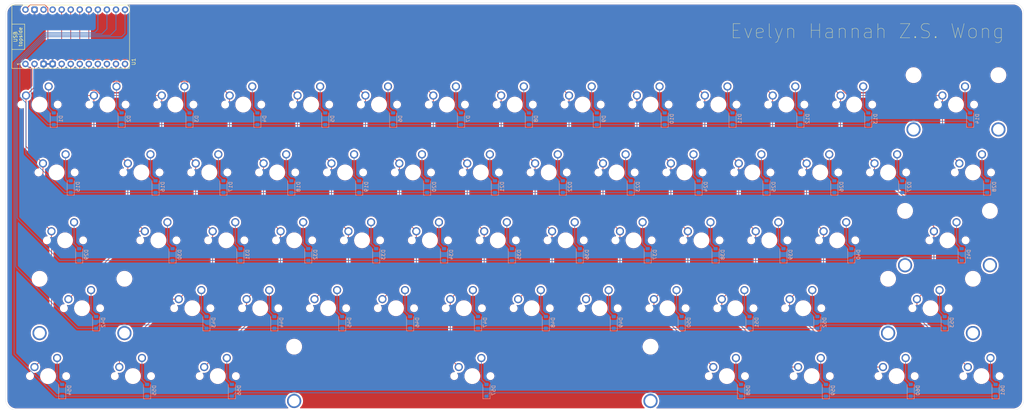
<source format=kicad_pcb>
(kicad_pcb (version 20241229) (generator "pcbnew") (generator_version "9.0")
  (layers (0 "F.Cu" signal) (2 "B.Cu" signal) (13 "F.Paste" user) (15 "B.Paste" user) (5 "F.SilkS" user "F.Silkscreen") (7 "B.SilkS" user "B.Silkscreen") (1 "F.Mask" user) (3 "B.Mask" user) (25 "Edge.Cuts" user))
  (net 0 "")
  (net 1 "Net-(D1-A)")
  (net 2 "ROW0")
  (net 3 "Net-(D2-A)")
  (net 4 "Net-(D3-A)")
  (net 5 "Net-(D4-A)")
  (net 6 "Net-(D5-A)")
  (net 7 "Net-(D6-A)")
  (net 8 "Net-(D7-A)")
  (net 9 "Net-(D8-A)")
  (net 10 "Net-(D9-A)")
  (net 11 "Net-(D10-A)")
  (net 12 "Net-(D11-A)")
  (net 13 "Net-(D12-A)")
  (net 14 "Net-(D13-A)")
  (net 15 "Net-(D14-A)")
  (net 16 "Net-(D15-A)")
  (net 17 "ROW1")
  (net 18 "Net-(D16-A)")
  (net 19 "Net-(D17-A)")
  (net 20 "Net-(D18-A)")
  (net 21 "Net-(D19-A)")
  (net 22 "Net-(D20-A)")
  (net 23 "Net-(D21-A)")
  (net 24 "Net-(D22-A)")
  (net 25 "Net-(D23-A)")
  (net 26 "Net-(D24-A)")
  (net 27 "Net-(D25-A)")
  (net 28 "Net-(D26-A)")
  (net 29 "Net-(D27-A)")
  (net 30 "Net-(D28-A)")
  (net 31 "ROW2")
  (net 32 "Net-(D29-A)")
  (net 33 "Net-(D30-A)")
  (net 34 "Net-(D31-A)")
  (net 35 "Net-(D32-A)")
  (net 36 "Net-(D33-A)")
  (net 37 "Net-(D34-A)")
  (net 38 "Net-(D35-A)")
  (net 39 "Net-(D36-A)")
  (net 40 "Net-(D37-A)")
  (net 41 "Net-(D38-A)")
  (net 42 "Net-(D39-A)")
  (net 43 "Net-(D40-A)")
  (net 44 "Net-(D41-A)")
  (net 45 "ROW3")
  (net 46 "Net-(D42-A)")
  (net 47 "Net-(D43-A)")
  (net 48 "Net-(D44-A)")
  (net 49 "Net-(D45-A)")
  (net 50 "Net-(D46-A)")
  (net 51 "Net-(D47-A)")
  (net 52 "Net-(D48-A)")
  (net 53 "Net-(D49-A)")
  (net 54 "Net-(D50-A)")
  (net 55 "Net-(D51-A)")
  (net 56 "Net-(D52-A)")
  (net 57 "Net-(D53-A)")
  (net 58 "ROW4")
  (net 59 "Net-(D54-A)")
  (net 60 "Net-(D55-A)")
  (net 61 "Net-(D56-A)")
  (net 62 "Net-(D57-A)")
  (net 63 "Net-(D58-A)")
  (net 64 "Net-(D59-A)")
  (net 65 "Net-(D60-A)")
  (net 66 "Net-(D61-A)")
  (net 67 "COL0")
  (net 68 "COL1")
  (net 69 "COL2")
  (net 70 "COL3")
  (net 71 "COL4")
  (net 72 "COL5")
  (net 73 "COL6")
  (net 74 "COL7")
  (net 75 "COL8")
  (net 76 "COL9")
  (net 77 "COL10")
  (net 78 "COL11")
  (net 79 "COL12")
  (net 80 "COL13")
  (net 81 "GND")
  (footprint "PCM_marbastlib-mx:SW_MX_1u" (layer "F.Cu") (at 244.470923 68.238019)
    (property "Reference" "MX26" (hide yes))
    (property "Value" "MX_SW_solder")
  )
  (footprint "PCM_marbastlib-mx:SW_MX_1u" (layer "F.Cu") (at 249.233423 87.288019)
    (property "Reference" "MX40" (hide yes))
    (property "Value" "MX_SW_solder")
  )
  (footprint "PCM_marbastlib-mx:SW_MX_1.25u" (layer "F.Cu") (at 27.777173 125.388019)
    (property "Reference" "MX54" (hide yes))
    (property "Value" "MX_SW_solder")
  )
  (footprint "PCM_marbastlib-mx:SW_MX_1u" (layer "F.Cu") (at 92.070923 68.238019)
    (property "Reference" "MX18" (hide yes))
    (property "Value" "MX_SW_solder")
  )
  (footprint "PCM_marbastlib-mx:SW_MX_1u" (layer "F.Cu") (at 177.795923 49.188019)
    (property "Reference" "MX9" (hide yes))
    (property "Value" "MX_SW_solder")
  )
  (footprint "PCM_marbastlib-mx:SW_MX_1u" (layer "F.Cu") (at 106.358423 106.338019)
    (property "Reference" "MX45" (hide yes))
    (property "Value" "MX_SW_solder")
  )
  (footprint "PCM_marbastlib-mx:SW_MX_1u" (layer "F.Cu") (at 82.545923 49.188019)
    (property "Reference" "MX4" (hide yes))
    (property "Value" "MX_SW_solder")
  )
  (footprint "PCM_marbastlib-mx:SW_MX_1u" (layer "F.Cu") (at 68.258423 106.338019)
    (property "Reference" "MX43" (hide yes))
    (property "Value" "MX_SW_solder")
  )
  (footprint "PCM_marbastlib-mx:SW_MX_1u" (layer "F.Cu") (at 134.933423 87.288019)
    (property "Reference" "MX34" (hide yes))
    (property "Value" "MX_SW_solder")
  )
  (footprint "PCM_marbastlib-mx:SW_MX_1u" (layer "F.Cu") (at 239.708423 106.338019)
    (property "Reference" "MX52" (hide yes))
    (property "Value" "MX_SW_solder")
  )
  (footprint "PCM_marbastlib-mx:SW_MX_1u" (layer "F.Cu") (at 280.189673 87.288019)
    (property "Reference" "MX41" (hide yes))
    (property "Value" "MX_SW_solder")
  )
  (footprint "PCM_marbastlib-mx:SW_MX_1u" (layer "F.Cu") (at 225.420923 68.238019)
    (property "Reference" "MX25" (hide yes))
    (property "Value" "MX_SW_solder")
  )
  (footprint "PCM_marbastlib-mx:SW_MX_1u" (layer "F.Cu") (at 73.020923 68.238019)
    (property "Reference" "MX17" (hide yes))
    (property "Value" "MX_SW_solder")
  )
  (footprint "PCM_marbastlib-mx:SW_MX_1u" (layer "F.Cu") (at 253.995923 49.188019)
    (property "Reference" "MX13" (hide yes))
    (property "Value" "MX_SW_solder")
  )
  (footprint "PCM_marbastlib-mx:STAB_MX_P_2u" (layer "F.Cu") (at 37.302173 106.338019 180)
    (property "Reference" "S1" (hide yes))
    (property "Value" "MX_stab")
  )
  (footprint "PCM_marbastlib-mx:SW_MX_1u" (layer "F.Cu") (at 77.783423 87.288019)
    (property "Reference" "MX31" (hide yes))
    (property "Value" "MX_SW_solder")
  )
  (footprint "PCM_marbastlib-mx:SW_MX_1u" (layer "F.Cu") (at 201.608423 106.338019)
    (property "Reference" "MX50" (hide yes))
    (property "Value" "MX_SW_solder")
  )
  (footprint "PCM_marbastlib-mx:SW_MX_1.25u" (layer "F.Cu") (at 51.589673 125.388019)
    (property "Reference" "MX55" (hide yes))
    (property "Value" "MX_SW_solder")
  )
  (footprint "PCM_marbastlib-mx:SW_MX_1u" (layer "F.Cu") (at 173.033423 87.288019)
    (property "Reference" "MX36" (hide yes))
    (property "Value" "MX_SW_solder")
  )
  (footprint "PCM_marbastlib-mx:SW_MX_1u" (layer "F.Cu") (at 130.170923 68.238019)
    (property "Reference" "MX20" (hide yes))
    (property "Value" "MX_SW_solder")
  )
  (footprint "PCM_marbastlib-mx:SW_MX_1u" (layer "F.Cu") (at 206.370923 68.238019)
    (property "Reference" "MX24" (hide yes))
    (property "Value" "MX_SW_solder")
  )
  (footprint "PCM_marbastlib-mx:STAB_MX_P_2u" (layer "F.Cu") (at 282.570923 49.188019 180)
    (property "Reference" "S4" (hide yes))
    (property "Value" "MX_stab")
  )
  (footprint "PCM_marbastlib-mx:SW_MX_1u" (layer "F.Cu") (at 58.733423 87.288019)
    (property "Reference" "MX30" (hide yes))
    (property "Value" "MX_SW_solder")
  )
  (footprint "PCM_marbastlib-mx:SW_MX_1u" (layer "F.Cu") (at 149.220923 68.238019)
    (property "Reference" "MX21" (hide yes))
    (property "Value" "MX_SW_solder")
  )
  (footprint "PCM_marbastlib-mx:SW_MX_1u" (layer "F.Cu") (at 168.270923 68.238019)
    (property "Reference" "MX22" (hide yes))
    (property "Value" "MX_SW_solder")
  )
  (footprint "PCM_marbastlib-mx:SW_MX_1u" (layer "F.Cu") (at 215.895923 49.188019)
    (property "Reference" "MX11" (hide yes))
    (property "Value" "MX_SW_solder")
  )
  (footprint "PCM_marbastlib-xp-promicroish:ProMicro_USBup" (layer "F.Cu") (at 35.40125 30.1625 90)
    (property "Reference" "U1")
    (property "Value" "ProMicro")
  )
  (footprint "PCM_marbastlib-mx:SW_MX_1.25u" (layer "F.Cu") (at 289.714673 125.388019)
    (property "Reference" "MX61" (hide yes))
    (property "Value" "MX_SW_solder")
  )
  (footprint "PCM_marbastlib-mx:STAB_MX_P_6.25u" (layer "F.Cu") (at 146.839673 125.388019 180)
    (property "Reference" "S5" (hide yes))
    (property "Value" "MX_stab")
  )
  (footprint "PCM_marbastlib-mx:SW_MX_1u" (layer "F.Cu") (at 87.308423 106.338019)
    (property "Reference" "MX44" (hide yes))
    (property "Value" "MX_SW_solder")
  )
  (footprint "PCM_marbastlib-mx:SW_MX_1u" (layer "F.Cu") (at 63.495923 49.188019)
    (property "Reference" "MX3" (hide yes))
    (property "Value" "MX_SW_solder")
  )
  (footprint "PCM_marbastlib-mx:SW_MX_1u" (layer "F.Cu") (at 153.983423 87.288019)
    (property "Reference" "MX35" (hide yes))
    (property "Value" "MX_SW_solder")
  )
  (footprint "PCM_marbastlib-mx:SW_MX_1u" (layer "F.Cu") (at 192.083423 87.288019)
    (property "Reference" "MX37" (hide yes))
    (property "Value" "MX_SW_solder")
  )
  (footprint "PCM_marbastlib-mx:SW_MX_1u" (layer "F.Cu") (at 234.945923 49.188019)
    (property "Reference" "MX12" (hide yes))
    (property "Value" "MX_SW_solder")
  )
  (footprint "PCM_marbastlib-mx:SW_MX_1u" (layer "F.Cu") (at 163.508423 106.338019)
    (property "Reference" "MX48" (hide yes))
    (property "Value" "MX_SW_solder")
  )
  (footprint "PCM_marbastlib-mx:SW_MX_1.25u" (layer "F.Cu") (at 265.902173 125.388019)
    (property "Reference" "MX60" (hide yes))
    (property "Value" "MX_SW_solder")
  )
  (footprint "PCM_marbastlib-mx:SW_MX_1u" (layer "F.Cu") (at 263.520923 68.238019)
    (property "Reference" "MX27" (hide yes))
    (property "Value" "MX_SW_solder")
  )
  (footprint "PCM_marbastlib-mx:SW_MX_1.75u" (layer "F.Cu") (at 32.539673 87.288019)
    (property "Reference" "MX29" (hide yes))
    (property "Value" "MX_SW_solder")
  )
  (footprint "PCM_marbastlib-mx:SW_MX_1.25u" (layer "F.Cu") (at 218.277173 125.388019)
    (property "Reference" "MX58" (hide yes))
    (property "Value" "MX_SW_solder")
  )
  (footprint "PCM_marbastlib-mx:SW_MX_1u" (layer "F.Cu") (at 158.745923 49.188019)
    (property "Reference" "MX8" (hide yes))
    (property "Value" "MX_SW_solder")
  )
  (footprint "PCM_marbastlib-mx:SW_MX_1u" (layer "F.Cu") (at 37.302173 106.338019)
    (property "Reference" "MX42" (hide yes))
    (property "Value" "MX_SW_solder")
  )
  (footprint "PCM_marbastlib-mx:SW_MX_1u" (layer "F.Cu") (at 282.570923 49.188019)
    (property "Reference" "MX14" (hide yes))
    (property "Value" "MX_SW_solder")
  )
  (footprint "PCM_marbastlib-mx:SW_MX_1.5u" (layer "F.Cu") (at 287.333423 68.238019)
    (property "Reference" "MX28" (hide yes))
    (property "Value" "MX_SW_solder")
  )
  (footprint "PCM_marbastlib-mx:SW_MX_1u" (layer "F.Cu") (at 111.120923 68.238019)
    (property "Reference" "MX19" (hide yes))
    (property "Value" "MX_SW_solder")
  )
  (footprint "PCM_marbastlib-mx:SW_MX_1u" (layer "F.Cu") (at 196.845923 49.188019)
    (property "Reference" "MX10" (hide yes))
    (property "Value" "MX_SW_solder")
  )
  (footprint "PCM_marbastlib-mx:SW_MX_1u" (layer "F.Cu") (at 275.427173 106.338019)
    (property "Reference" "MX53" (hide yes))
    (property "Value" "MX_SW_solder")
  )
  (footprint "PCM_marbastlib-mx:SW_MX_1u" (layer "F.Cu") (at 182.558423 106.338019)
    (property "Reference" "MX49" (hide yes))
    (property "Value" "MX_SW_solder")
  )
  (footprint "PCM_marbastlib-mx:SW_MX_1u" (layer "F.Cu") (at 187.320923 68.238019)
    (property "Reference" "MX23" (hide yes))
    (property "Value" "MX_SW_solder")
  )
  (footprint "PCM_marbastlib-mx:SW_MX_1u" (layer "F.Cu") (at 53.970923 68.238019)
    (property "Reference" "MX16" (hide yes))
    (property "Value" "MX_SW_solder")
  )
  (footprint "PCM_marbastlib-mx:SW_MX_1u" (layer "F.Cu") (at 146.839673 125.388019)
    (property "Reference" "MX57" (hide yes))
    (property "Value" "MX_SW_solder")
  )
  (footprint "PCM_marbastlib-mx:STAB_MX_P_2u" (layer "F.Cu") (at 275.427173 106.338019 180)
    (property "Reference" "S2" (hide yes))
    (property "Value" "MX_stab")
  )
  (footprint "PCM_marbastlib-mx:SW_MX_1u" (layer "F.Cu") (at 96.833423 87.288019)
    (property "Reference" "MX32" (hide yes))
    (property "Value" "MX_SW_solder")
  )
  (footprint "PCM_marbastlib-mx:SW_MX_1u" (layer "F.Cu") (at 120.645923 49.188019)
    (property "Reference" "MX6" (hide yes))
    (property "Value" "MX_SW_solder")
  )
  (footprint "PCM_marbastlib-mx:STAB_MX_P_2u" (layer "F.Cu") (at 280.189673 87.288019 180)
    (property "Reference" "S3" (hide yes))
    (property "Value" "MX_stab")
  )
  (footprint "PCM_marbastlib-mx:SW_MX_1.5u" (layer "F.Cu") (at 30.158423 68.238019)
    (property "Reference" "MX15" (hide yes))
    (property "Value" "MX_SW_solder")
  )
  (footprint "PCM_marbastlib-mx:SW_MX_1u" (layer "F.Cu") (at 125.408423 106.338019)
    (property "Reference" "MX46" (hide yes))
    (property "Value" "MX_SW_solder")
  )
  (footprint "PCM_marbastlib-mx:SW_MX_1u" (layer "F.Cu") (at 230.183423 87.288019)
    (property "Reference" "MX39" (hide yes))
    (property "Value" "MX_SW_solder")
  )
  (footprint "PCM_marbastlib-mx:SW_MX_1u" (layer "F.Cu") (at 220.658423 106.338019)
    (property "Reference" "MX51" (hide yes))
    (property "Value" "MX_SW_solder")
  )
  (footprint "PCM_marbastlib-mx:SW_MX_1u" (layer "F.Cu") (at 139.695923 49.188019)
    (property "Reference" "MX7" (hide yes))
    (property "Value" "MX_SW_solder")
  )
  (footprint "PCM_marbastlib-mx:SW_MX_1u" (layer "F.Cu") (at 25.395923 49.188019)
    (property "Reference" "MX1" (hide yes))
    (property "Value" "MX_SW_solder")
  )
  (footprint "PCM_marbastlib-mx:SW_MX_1.25u" (layer "F.Cu") (at 242.089673 125.388019)
    (property "Reference" "MX59" (hide yes))
    (property "Value" "MX_SW_solder")
  )
  (footprint "PCM_marbastlib-mx:SW_MX_1u" (layer "F.Cu") (at 115.883423 87.288019)
    (property "Reference" "MX33" (hide yes))
    (property "Value" "MX_SW_solder")
  )
  (footprint "PCM_marbastlib-mx:SW_MX_1.25u" (layer "F.Cu") (at 75.402173 125.388019)
    (property "Reference" "MX56" (hide yes))
    (property "Value" "MX_SW_solder")
  )
  (footprint "PCM_marbastlib-mx:SW_MX_1u" (layer "F.Cu") (at 44.445923 49.188019)
    (property "Reference" "MX2" (hide yes))
    (property "Value" "MX_SW_solder")
  )
  (footprint "PCM_marbastlib-mx:SW_MX_1u" (layer "F.Cu") (at 101.595923 49.188019)
    (property "Reference" "MX5" (hide yes))
    (property "Value" "MX_SW_solder")
  )
  (footprint "PCM_marbastlib-mx:SW_MX_1u" (layer "F.Cu") (at 211.133423 87.288019)
    (property "Reference" "MX38" (hide yes))
    (property "Value" "MX_SW_solder")
  )
  (footprint "PCM_marbastlib-mx:SW_MX_1u" (layer "F.Cu") (at 144.458423 106.338019)
    (property "Reference" "MX47" (hide yes))
    (property "Value" "MX_SW_solder")
  )
  (footprint "Diode_SMD:D_SOD-123" (layer "B.Cu") (at 162.71875 53.18125 90)
    (property "Reference" "D8")
    (property "Value" "D_Small")
  )
  (footprint "Diode_SMD:D_SOD-123" (layer "B.Cu") (at 76.99375 72.23125 90)
    (property "Reference" "D17")
    (property "Value" "D_Small")
  )
  (footprint "Diode_SMD:D_SOD-123" (layer "B.Cu") (at 110.33125 110.33125 90)
    (property "Reference" "D45")
    (property "Value" "D_Small")
  )
  (footprint "Diode_SMD:D_SOD-123" (layer "B.Cu") (at 191.29375 72.23125 90)
    (property "Reference" "D23")
    (property "Value" "D_Small")
  )
  (footprint "Diode_SMD:D_SOD-123" (layer "B.Cu") (at 81.75625 91.28125 90)
    (property "Reference" "D31")
    (property "Value" "D_Small")
  )
  (footprint "Diode_SMD:D_SOD-123" (layer "B.Cu") (at 279.4 110.33125 90)
    (property "Reference" "D53")
    (property "Value" "D_Small")
  )
  (footprint "Diode_SMD:D_SOD-123" (layer "B.Cu") (at 138.90625 91.28125 90)
    (property "Reference" "D34")
    (property "Value" "D_Small")
  )
  (footprint "Diode_SMD:D_SOD-123" (layer "B.Cu") (at 269.875 129.38125 90)
    (property "Reference" "D60")
    (property "Value" "D_Small")
  )
  (footprint "Diode_SMD:D_SOD-123" (layer "B.Cu") (at 291.30625 72.23125 90)
    (property "Reference" "D28")
    (property "Value" "D_Small")
  )
  (footprint "Diode_SMD:D_SOD-123" (layer "B.Cu") (at 253.20625 91.28125 90)
    (property "Reference" "D40")
    (property "Value" "D_Small")
  )
  (footprint "Diode_SMD:D_SOD-123" (layer "B.Cu") (at 293.6875 129.38125 90)
    (property "Reference" "D61")
    (property "Value" "D_Small")
  )
  (footprint "Diode_SMD:D_SOD-123" (layer "B.Cu") (at 124.61875 53.18125 90)
    (property "Reference" "D6")
    (property "Value" "D_Small")
  )
  (footprint "Diode_SMD:D_SOD-123" (layer "B.Cu") (at 219.86875 53.18125 90)
    (property "Reference" "D11")
    (property "Value" "D_Small")
  )
  (footprint "Diode_SMD:D_SOD-123" (layer "B.Cu") (at 100.80625 91.28125 90)
    (property "Reference" "D32")
    (property "Value" "D_Small")
  )
  (footprint "Diode_SMD:D_SOD-123" (layer "B.Cu") (at 55.5625 129.38125 90)
    (property "Reference" "D55")
    (property "Value" "D_Small")
  )
  (footprint "Diode_SMD:D_SOD-123" (layer "B.Cu") (at 246.0625 129.38125 90)
    (property "Reference" "D59")
    (property "Value" "D_Small")
  )
  (footprint "Diode_SMD:D_SOD-123" (layer "B.Cu") (at 257.96875 53.18125 90)
    (property "Reference" "D13")
    (property "Value" "D_Small")
  )
  (footprint "Diode_SMD:D_SOD-123" (layer "B.Cu") (at 41.275 110.33125 90)
    (property "Reference" "D42")
    (property "Value" "D_Small")
  )
  (footprint "Diode_SMD:D_SOD-123" (layer "B.Cu") (at 72.23125 110.33125 90)
    (property "Reference" "D43")
    (property "Value" "D_Small")
  )
  (footprint "Diode_SMD:D_SOD-123" (layer "B.Cu") (at 215.10625 91.28125 90)
    (property "Reference" "D38")
    (property "Value" "D_Small")
  )
  (footprint "Diode_SMD:D_SOD-123" (layer "B.Cu") (at 57.94375 72.23125 90)
    (property "Reference" "D16")
    (property "Value" "D_Small")
  )
  (footprint "Diode_SMD:D_SOD-123" (layer "B.Cu") (at 210.34375 72.23125 90)
    (property "Reference" "D24")
    (property "Value" "D_Small")
  )
  (footprint "Diode_SMD:D_SOD-123" (layer "B.Cu") (at 172.24375 72.23125 90)
    (property "Reference" "D22")
    (property "Value" "D_Small")
  )
  (footprint "Diode_SMD:D_SOD-123" (layer "B.Cu") (at 153.19375 72.23125 90)
    (property "Reference" "D21")
    (property "Value" "D_Small")
  )
  (footprint "Diode_SMD:D_SOD-123" (layer "B.Cu") (at 222.25 129.38125 90)
    (property "Reference" "D58")
    (property "Value" "D_Small")
  )
  (footprint "Diode_SMD:D_SOD-123" (layer "B.Cu") (at 36.5125 91.28125 90)
    (property "Reference" "D29")
    (property "Value" "D_Small")
  )
  (footprint "Diode_SMD:D_SOD-123" (layer "B.Cu") (at 286.54375 53.18125 90)
    (property "Reference" "D14")
    (property "Value" "D_Small")
  )
  (footprint "Diode_SMD:D_SOD-123" (layer "B.Cu") (at 79.375 129.38125 90)
    (property "Reference" "D56")
    (property "Value" "D_Small")
  )
  (footprint "Diode_SMD:D_SOD-123" (layer "B.Cu") (at 86.51875 53.18125 90)
    (property "Reference" "D4")
    (property "Value" "D_Small")
  )
  (footprint "Diode_SMD:D_SOD-123" (layer "B.Cu") (at 205.58125 110.33125 90)
    (property "Reference" "D50")
    (property "Value" "D_Small")
  )
  (footprint "Diode_SMD:D_SOD-123" (layer "B.Cu") (at 267.49375 72.23125 90)
    (property "Reference" "D27")
    (property "Value" "D_Small")
  )
  (footprint "Diode_SMD:D_SOD-123" (layer "B.Cu") (at 181.76875 53.18125 90)
    (property "Reference" "D9")
    (property "Value" "D_Small")
  )
  (footprint "Diode_SMD:D_SOD-123" (layer "B.Cu") (at 234.15625 91.28125 90)
    (property "Reference" "D39")
    (property "Value" "D_Small")
  )
  (footprint "Diode_SMD:D_SOD-123" (layer "B.Cu") (at 186.53125 110.33125 90)
    (property "Reference" "D49")
    (property "Value" "D_Small")
  )
  (footprint "Diode_SMD:D_SOD-123" (layer "B.Cu") (at 134.14375 72.23125 90)
    (property "Reference" "D20")
    (property "Value" "D_Small")
  )
  (footprint "Diode_SMD:D_SOD-123" (layer "B.Cu") (at 148.43125 110.33125 90)
    (property "Reference" "D47")
    (property "Value" "D_Small")
  )
  (footprint "Diode_SMD:D_SOD-123" (layer "B.Cu") (at 67.46875 53.18125 90)
    (property "Reference" "D3")
    (property "Value" "D_Small")
  )
  (footprint "Diode_SMD:D_SOD-123" (layer "B.Cu") (at 96.04375 72.23125 90)
    (property "Reference" "D18")
    (property "Value" "D_Small")
  )
  (footprint "Diode_SMD:D_SOD-123" (layer "B.Cu") (at 91.28125 110.33125 90)
    (property "Reference" "D44")
    (property "Value" "D_Small")
  )
  (footprint "Diode_SMD:D_SOD-123" (layer "B.Cu") (at 243.68125 110.33125 90)
    (property "Reference" "D52")
    (property "Value" "D_Small")
  )
  (footprint "Diode_SMD:D_SOD-123" (layer "B.Cu") (at 62.70625 91.28125 90)
    (property "Reference" "D30")
    (property "Value" "D_Small")
  )
  (footprint "Diode_SMD:D_SOD-123" (layer "B.Cu") (at 119.85625 91.28125 90)
    (property "Reference" "D33")
    (property "Value" "D_Small")
  )
  (footprint "Diode_SMD:D_SOD-123" (layer "B.Cu") (at 48.41875 53.18125 90)
    (property "Reference" "D2")
    (property "Value" "D_Small")
  )
  (footprint "Diode_SMD:D_SOD-123" (layer "B.Cu") (at 284.1625 91.28125 90)
    (property "Reference" "D41")
    (property "Value" "D_Small")
  )
  (footprint "Diode_SMD:D_SOD-123" (layer "B.Cu") (at 31.75 129.38125 90)
    (property "Reference" "D54")
    (property "Value" "D_Small")
  )
  (footprint "Diode_SMD:D_SOD-123" (layer "B.Cu") (at 196.05625 91.28125 90)
    (property "Reference" "D37")
    (property "Value" "D_Small")
  )
  (footprint "Diode_SMD:D_SOD-123" (layer "B.Cu") (at 143.66875 53.18125 90)
    (property "Reference" "D7")
    (property "Value" "D_Small")
  )
  (footprint "Diode_SMD:D_SOD-123" (layer "B.Cu") (at 229.39375 72.23125 90)
    (property "Reference" "D25")
    (property "Value" "D_Small")
  )
  (footprint "Diode_SMD:D_SOD-123" (layer "B.Cu") (at 105.56875 53.18125 90)
    (property "Reference" "D5")
    (property "Value" "D_Small")
  )
  (footprint "Diode_SMD:D_SOD-123" (layer "B.Cu") (at 150.8125 129.38125 90)
    (property "Reference" "D57")
    (property "Value" "D_Small")
  )
  (footprint "Diode_SMD:D_SOD-123" (layer "B.Cu") (at 177.00625 91.28125 90)
    (property "Reference" "D36")
    (property "Value" "D_Small")
  )
  (footprint "Diode_SMD:D_SOD-123" (layer "B.Cu") (at 224.63125 110.33125 90)
    (property "Reference" "D51")
    (property "Value" "D_Small")
  )
  (footprint "Diode_SMD:D_SOD-123" (layer "B.Cu") (at 34.13125 72.23125 90)
    (property "Reference" "D15")
    (property "Value" "D_Small")
  )
  (footprint "Diode_SMD:D_SOD-123" (layer "B.Cu") (at 167.48125 110.33125 90)
    (property "Reference" "D48")
    (property "Value" "D_Small")
  )
  (footprint "Diode_SMD:D_SOD-123" (layer "B.Cu") (at 129.38125 110.33125 90)
    (property "Reference" "D46")
    (property "Value" "D_Small")
  )
  (footprint "Diode_SMD:D_SOD-123" (layer "B.Cu") (at 29.36875 53.18125 90)
    (property "Reference" "D1")
    (property "Value" "D_Small")
  )
  (footprint "Diode_SMD:D_SOD-123" (layer "B.Cu") (at 238.91875 53.18125 90)
    (property "Reference" "D12")
    (property "Value" "D_Small")
  )
  (footprint "Diode_SMD:D_SOD-123" (layer "B.Cu") (at 115.09375 72.23125 90)
    (property "Reference" "D19")
    (property "Value" "D_Small")
  )
  (footprint "Diode_SMD:D_SOD-123" (layer "B.Cu") (at 248.44375 72.23125 90)
    (property "Reference" "D26")
    (property "Value" "D_Small")
  )
  (footprint "Diode_SMD:D_SOD-123" (layer "B.Cu") (at 157.95625 91.28125 90)
    (property "Reference" "D35")
    (property "Value" "D_Small")
  )
  (footprint "Diode_SMD:D_SOD-123" (layer "B.Cu") (at 200.81875 53.18125 90)
    (property "Reference" "D10")
    (property "Value" "D_Small")
  )
  (gr_arc (start 15.875 23.6375) (mid 16.75368 21.51618) (end 18.875 20.6375) (stroke (width 0.05)) (layer "Edge.Cuts"))
  (gr_arc (start 298.625 20.6375) (mid 300.74632 21.51618) (end 301.625 23.6375) (stroke (width 0.05)) (layer "Edge.Cuts"))
  (gr_arc (start 301.625 131.9375) (mid 300.74632 134.05882) (end 298.625 134.9375) (stroke (width 0.05)) (layer "Edge.Cuts"))
  (gr_line (start 301.625 23.6375) (end 301.625 131.9375) (stroke (width 0.05)) (layer "Edge.Cuts"))
  (gr_line (start 18.875 20.6375) (end 298.625 20.6375) (stroke (width 0.05)) (layer "Edge.Cuts"))
  (gr_arc (start 18.875 134.9375) (mid 16.75368 134.05882) (end 15.875 131.9375) (stroke (width 0.05)) (layer "Edge.Cuts"))
  (gr_line (start 298.625 134.9375) (end 18.875 134.9375) (stroke (width 0.05)) (layer "Edge.Cuts"))
  (gr_line (start 15.875 131.9375) (end 15.875 23.6375) (stroke (width 0.05)) (layer "Edge.Cuts"))
  (gr_text "Evelyn Hannah Z.S. Wong" (at 219.075 30.95625 0) (layer "F.SilkS") (effects (font (size 4 4) (thickness 0.1)) (justify left bottom)))
  (segment (start 27.935923 50.098423) (end 29.36875 51.53125) (width 0.2) (layer "B.Cu") (net 1))
  (segment (start 27.935923 44.108019) (end 27.935923 50.098423) (width 0.2) (layer "B.Cu") (net 1))
  (segment (start 181.76875 54.83125) (end 162.71875 54.83125) (width 0.2) (layer "B.Cu") (net 2))
  (segment (start 257.96875 54.83125) (end 238.91875 54.83125) (width 0.2) (layer "B.Cu") (net 2))
  (segment (start 124.61875 54.83125) (end 143.66875 54.83125) (width 0.2) (layer "B.Cu") (net 2))
  (segment (start 219.86875 54.83125) (end 200.81875 54.83125) (width 0.2) (layer "B.Cu") (net 2))
  (segment (start 27.69298 54.83125) (end 23.036923 50.175193) (width 0.2) (layer "B.Cu") (net 2))
  (segment (start 200.81875 54.83125) (end 181.76875 54.83125) (width 0.2) (layer "B.Cu") (net 2))
  (segment (start 285.584519 53.872019) (end 258.927981 53.872019) (width 0.2) (layer "B.Cu") (net 2))
  (segment (start 86.51875 54.83125) (end 105.56875 54.83125) (width 0.2) (layer "B.Cu") (net 2))
  (segment (start 238.91875 54.83125) (end 219.86875 54.83125) (width 0.2) (layer "B.Cu") (net 2))
  (segment (start 258.927981 53.872019) (end 257.96875 54.83125) (width 0.2) (layer "B.Cu") (net 2))
  (segment (start 286.54375 54.83125) (end 285.584519 53.872019) (width 0.2) (layer "B.Cu") (net 2))
  (segment (start 143.66875 54.83125) (end 162.71875 54.83125) (width 0.2) (layer "B.Cu") (net 2))
  (segment (start 29.36875 54.83125) (end 27.69298 54.83125) (width 0.2) (layer "B.Cu") (net 2))
  (segment (start 29.36875 54.83125) (end 48.41875 54.83125) (width 0.2) (layer "B.Cu") (net 2))
  (segment (start 23.036923 50.175193) (end 23.036923 39.388173) (width 0.2) (layer "B.Cu") (net 2))
  (segment (start 105.56875 54.83125) (end 124.61875 54.83125) (width 0.2) (layer "B.Cu") (net 2))
  (segment (start 23.036923 39.388173) (end 21.43125 37.7825) (width 0.2) (layer "B.Cu") (net 2))
  (segment (start 67.46875 54.83125) (end 86.51875 54.83125) (width 0.2) (layer "B.Cu") (net 2))
  (segment (start 48.41875 54.83125) (end 67.46875 54.83125) (width 0.2) (layer "B.Cu") (net 2))
  (segment (start 46.985923 44.108019) (end 46.985923 50.098423) (width 0.2) (layer "B.Cu") (net 3))
  (segment (start 46.985923 50.098423) (end 48.41875 51.53125) (width 0.2) (layer "B.Cu") (net 3))
  (segment (start 66.035923 50.098423) (end 67.46875 51.53125) (width 0.2) (layer "B.Cu") (net 4))
  (segment (start 66.035923 44.108019) (end 66.035923 50.098423) (width 0.2) (layer "B.Cu") (net 4))
  (segment (start 85.085923 44.108019) (end 85.085923 50.098423) (width 0.2) (layer "B.Cu") (net 5))
  (segment (start 85.085923 50.098423) (end 86.51875 51.53125) (width 0.2) (layer "B.Cu") (net 5))
  (segment (start 104.135923 44.108019) (end 104.135923 50.098423) (width 0.2) (layer "B.Cu") (net 6))
  (segment (start 104.135923 50.098423) (end 105.56875 51.53125) (width 0.2) (layer "B.Cu") (net 6))
  (segment (start 123.185923 44.108019) (end 123.185923 50.098423) (width 0.2) (layer "B.Cu") (net 7))
  (segment (start 123.185923 50.098423) (end 124.61875 51.53125) (width 0.2) (layer "B.Cu") (net 7))
  (segment (start 142.235923 50.098423) (end 143.66875 51.53125) (width 0.2) (layer "B.Cu") (net 8))
  (segment (start 142.235923 44.108019) (end 142.235923 50.098423) (width 0.2) (layer "B.Cu") (net 8))
  (segment (start 161.285923 50.098423) (end 162.71875 51.53125) (width 0.2) (layer "B.Cu") (net 9))
  (segment (start 161.285923 44.108019) (end 161.285923 50.098423) (width 0.2) (layer "B.Cu") (net 9))
  (segment (start 180.335923 44.108019) (end 180.335923 50.098423) (width 0.2) (layer "B.Cu") (net 10))
  (segment (start 180.335923 50.098423) (end 181.76875 51.53125) (width 0.2) (layer "B.Cu") (net 10))
  (segment (start 199.385923 50.098423) (end 200.81875 51.53125) (width 0.2) (layer "B.Cu") (net 11))
  (segment (start 199.385923 44.108019) (end 199.385923 50.098423) (width 0.2) (layer "B.Cu") (net 11))
  (segment (start 218.435923 44.108019) (end 218.435923 50.098423) (width 0.2) (layer "B.Cu") (net 12))
  (segment (start 218.435923 50.098423) (end 219.86875 51.53125) (width 0.2) (layer "B.Cu") (net 12))
  (segment (start 237.485923 44.108019) (end 237.485923 50.098423) (width 0.2) (layer "B.Cu") (net 13))
  (segment (start 237.485923 50.098423) (end 238.91875 51.53125) (width 0.2) (layer "B.Cu") (net 13))
  (segment (start 256.535923 44.108019) (end 256.535923 50.098423) (width 0.2) (layer "B.Cu") (net 14))
  (segment (start 256.535923 50.098423) (end 257.96875 51.53125) (width 0.2) (layer "B.Cu") (net 14))
  (segment (start 285.110923 50.098423) (end 286.54375 51.53125) (width 0.2) (layer "B.Cu") (net 15))
  (segment (start 285.110923 44.108019) (end 285.110923 50.098423) (width 0.2) (layer "B.Cu") (net 15))
  (segment (start 33.215486 70.58125) (end 34.13125 70.58125) (width 0.2) (layer "B.Cu") (net 16))
  (segment (start 32.698423 63.158019) (end 32.698423 70.064187) (width 0.2) (layer "B.Cu") (net 16))
  (segment (start 32.698423 70.064187) (end 33.215486 70.58125) (width 0.2) (layer "B.Cu") (net 16))
  (segment (start 32.45548 73.88125) (end 21.541923 62.967693) (width 0.2) (layer "B.Cu") (net 17))
  (segment (start 267.49375 73.88125) (end 248.44375 73.88125) (width 0.2) (layer "B.Cu") (net 17))
  (segment (start 34.13125 73.88125) (end 32.45548 73.88125) (width 0.2) (layer "B.Cu") (net 17))
  (segment (start 97.63125 73.88125) (end 76.99375 73.88125) (width 0.2) (layer "B.Cu") (net 17))
  (segment (start 19.84375 46.98202) (end 19.84375 37.671529) (width 0.2) (layer "B.Cu") (net 17))
  (segment (start 97.63125 73.88125) (end 96.04375 73.88125) (width 0.2) (layer "B.Cu") (net 17))
  (segment (start 57.94375 73.88125) (end 34.13125 73.88125) (width 0.2) (layer "B.Cu") (net 17))
  (segment (start 134.9375 73.88125) (end 134.14375 73.88125) (width 0.2) (layer "B.Cu") (net 17))
  (segment (start 19.84375 37.671529) (end 27.352779 30.1625) (width 0.2) (layer "B.Cu") (net 17))
  (segment (start 134.9375 73.88125) (end 115.09375 73.88125) (width 0.2) (layer "B.Cu") (net 17))
  (segment (start 153.19375 73.88125) (end 134.9375 73.88125) (width 0.2) (layer "B.Cu") (net 17))
  (segment (start 49.37125 29.21) (end 49.37125 22.5425) (width 0.2) (layer "B.Cu") (net 17))
  (segment (start 291.30625 73.88125) (end 267.49375 73.88125) (width 0.2) (layer "B.Cu") (net 17))
  (segment (start 48.41875 30.1625) (end 49.37125 29.21) (width 0.2) (layer "B.Cu") (net 17))
  (segment (start 172.24375 73.88125) (end 153.19375 73.88125) (width 0.2) (layer "B.Cu") (net 17))
  (segment (start 211.1375 73.88125) (end 191.29375 73.88125) (width 0.2) (layer "B.Cu") (net 17))
  (segment (start 248.44375 73.88125) (end 229.39375 73.88125) (width 0.2) (layer "B.Cu") (net 17))
  (segment (start 115.09375 73.88125) (end 97.63125 73.88125) (width 0.2) (layer "B.Cu") (net 17))
  (segment (start 229.39375 73.88125) (end 211.1375 73.88125) (width 0.2) (layer "B.Cu") (net 17))
  (segment (start 191.29375 73.88125) (end 172.24375 73.88125) (width 0.2) (layer "B.Cu") (net 17))
  (segment (start 211.1375 73.88125) (end 210.34375 73.88125) (width 0.2) (layer "B.Cu") (net 17))
  (segment (start 21.541923 62.967693) (end 21.541923 48.680193) (width 0.2) (layer "B.Cu") (net 17))
  (segment (start 76.99375 73.88125) (end 57.94375 73.88125) (width 0.2) (layer "B.Cu") (net 17))
  (segment (start 21.541923 48.680193) (end 19.84375 46.98202) (width 0.2) (layer "B.Cu") (net 17))
  (segment (start 27.352779 30.1625) (end 48.41875 30.1625) (width 0.2) (layer "B.Cu") (net 17))
  (segment (start 56.510923 69.148423) (end 57.94375 70.58125) (width 0.2) (layer "B.Cu") (net 18))
  (segment (start 56.510923 63.158019) (end 56.510923 69.148423) (width 0.2) (layer "B.Cu") (net 18))
  (segment (start 75.560923 69.148423) (end 76.99375 70.58125) (width 0.2) (layer "B.Cu") (net 19))
  (segment (start 75.560923 63.158019) (end 75.560923 69.148423) (width 0.2) (layer "B.Cu") (net 19))
  (segment (start 94.610923 69.148423) (end 96.04375 70.58125) (width 0.2) (layer "B.Cu") (net 20))
  (segment (start 94.610923 63.158019) (end 94.610923 69.148423) (width 0.2) (layer "B.Cu") (net 20))
  (segment (start 113.660923 69.148423) (end 115.09375 70.58125) (width 0.2) (layer "B.Cu") (net 21))
  (segment (start 113.660923 63.158019) (end 113.660923 69.148423) (width 0.2) (layer "B.Cu") (net 21))
  (segment (start 132.710923 69.148423) (end 134.14375 70.58125) (width 0.2) (layer "B.Cu") (net 22))
  (segment (start 132.710923 63.158019) (end 132.710923 69.148423) (width 0.2) (layer "B.Cu") (net 22))
  (segment (start 151.760923 69.148423) (end 153.19375 70.58125) (width 0.2) (layer "B.Cu") (net 23))
  (segment (start 151.760923 63.158019) (end 151.760923 69.148423) (width 0.2) (layer "B.Cu") (net 23))
  (segment (start 170.810923 63.158019) (end 170.810923 69.148423) (width 0.2) (layer "B.Cu") (net 24))
  (segment (start 170.810923 69.148423) (end 172.24375 70.58125) (width 0.2) (layer "B.Cu") (net 24))
  (segment (start 189.860923 69.148423) (end 191.29375 70.58125) (width 0.2) (layer "B.Cu") (net 25))
  (segment (start 189.860923 63.158019) (end 189.860923 69.148423) (width 0.2) (layer "B.Cu") (net 25))
  (segment (start 208.910923 69.148423) (end 210.34375 70.58125) (width 0.2) (layer "B.Cu") (net 26))
  (segment (start 208.910923 63.158019) (end 208.910923 69.148423) (width 0.2) (layer "B.Cu") (net 26))
  (segment (start 227.960923 63.158019) (end 227.960923 69.148423) (width 0.2) (layer "B.Cu") (net 27))
  (segment (start 227.960923 69.148423) (end 229.39375 70.58125) (width 0.2) (layer "B.Cu") (net 27))
  (segment (start 247.010923 69.148423) (end 248.44375 70.58125) (width 0.2) (layer "B.Cu") (net 28))
  (segment (start 247.010923 63.158019) (end 247.010923 69.148423) (width 0.2) (layer "B.Cu") (net 28))
  (segment (start 266.060923 69.148423) (end 267.49375 70.58125) (width 0.2) (layer "B.Cu") (net 29))
  (segment (start 266.060923 63.158019) (end 266.060923 69.148423) (width 0.2) (layer "B.Cu") (net 29))
  (segment (start 289.873423 63.158019) (end 289.873423 69.148423) (width 0.2) (layer "B.Cu") (net 30))
  (segment (start 289.873423 69.148423) (end 291.30625 70.58125) (width 0.2) (layer "B.Cu") (net 30))
  (segment (start 254.165481 91.972019) (end 253.20625 92.93125) (width 0.2) (layer "B.Cu") (net 31))
  (segment (start 31.01875 92.93125) (end 19.089923 81.002423) (width 0.2) (layer "B.Cu") (net 31))
  (segment (start 177.00625 92.93125) (end 157.95625 92.93125) (width 0.2) (layer "B.Cu") (net 31))
  (segment (start 81.75625 92.93125) (end 100.80625 92.93125) (width 0.2) (layer "B.Cu") (net 31))
  (segment (start 215.10625 92.93125) (end 196.05625 92.93125) (width 0.2) (layer "B.Cu") (net 31))
  (segment (start 27.186679 29.7615) (end 45.24375 29.7615) (width 0.2) (layer "B.Cu") (net 31))
  (segment (start 45.24375 29.7615) (end 46.83125 28.174) (width 0.2) (layer "B.Cu") (net 31))
  (segment (start 62.70625 92.93125) (end 81.75625 92.93125) (width 0.2) (layer "B.Cu") (net 31))
  (segment (start 36.5125 92.93125) (end 31.01875 92.93125) (width 0.2) (layer "B.Cu") (net 31))
  (segment (start 36.5125 92.93125) (end 62.70625 92.93125) (width 0.2) (layer "B.Cu") (net 31))
  (segment (start 284.1625 92.93125) (end 283.203269 91.972019) (width 0.2) (layer "B.Cu") (net 31))
  (segment (start 138.90625 92.93125) (end 157.95625 92.93125) (width 0.2) (layer "B.Cu") (net 31))
  (segment (start 283.203269 91.972019) (end 254.165481 91.972019) (width 0.2) (layer "B.Cu") (net 31))
  (segment (start 119.85625 92.93125) (end 138.90625 92.93125) (width 0.2) (layer "B.Cu") (net 31))
  (segment (start 46.83125 28.174) (end 46.83125 22.5425) (width 0.2) (layer "B.Cu") (net 31))
  (segment (start 100.80625 92.93125) (end 119.85625 92.93125) (width 0.2) (layer "B.Cu") (net 31))
  (segment (start 196.05625 92.93125) (end 177.00625 92.93125) (width 0.2) (layer "B.Cu") (net 31))
  (segment (start 19.089923 37.858256) (end 27.186679 29.7615) (width 0.2) (layer "B.Cu") (net 31))
  (segment (start 234.15625 92.93125) (end 215.10625 92.93125) (width 0.2) (layer "B.Cu") (net 31))
  (segment (start 19.089923 81.002423) (end 19.089923 37.858256) (width 0.2) (layer "B.Cu") (net 31))
  (segment (start 253.20625 92.93125) (end 234.15625 92.93125) (width 0.2) (layer "B.Cu") (net 31))
  (segment (start 35.079673 88.198423) (end 36.5125 89.63125) (width 0.2) (layer "B.Cu") (net 32))
  (segment (start 35.079673 82.208019) (end 35.079673 88.198423) (width 0.2) (layer "B.Cu") (net 32))
  (segment (start 61.273423 88.198423) (end 62.70625 89.63125) (width 0.2) (layer "B.Cu") (net 33))
  (segment (start 61.273423 82.208019) (end 61.273423 88.198423) (width 0.2) (layer "B.Cu") (net 33))
  (segment (start 80.323423 88.198423) (end 81.75625 89.63125) (width 0.2) (layer "B.Cu") (net 34))
  (segment (start 80.323423 82.208019) (end 80.323423 88.198423) (width 0.2) (layer "B.Cu") (net 34))
  (segment (start 99.373423 82.208019) (end 99.373423 88.198423) (width 0.2) (layer "B.Cu") (net 35))
  (segment (start 99.373423 88.198423) (end 100.80625 89.63125) (width 0.2) (layer "B.Cu") (net 35))
  (segment (start 118.423423 88.198423) (end 119.85625 89.63125) (width 0.2) (layer "B.Cu") (net 36))
  (segment (start 118.423423 82.208019) (end 118.423423 88.198423) (width 0.2) (layer "B.Cu") (net 36))
  (segment (start 137.473423 82.208019) (end 137.473423 88.198423) (width 0.2) (layer "B.Cu") (net 37))
  (segment (start 137.473423 88.198423) (end 138.90625 89.63125) (width 0.2) (layer "B.Cu") (net 37))
  (segment (start 156.523423 82.208019) (end 156.523423 88.198423) (width 0.2) (layer "B.Cu") (net 38))
  (segment (start 156.523423 88.198423) (end 157.95625 89.63125) (width 0.2) (layer "B.Cu") (net 38))
  (segment (start 175.573423 82.208019) (end 175.573423 88.198423) (width 0.2) (layer "B.Cu") (net 39))
  (segment (start 175.573423 88.198423) (end 177.00625 89.63125) (width 0.2) (layer "B.Cu") (net 39))
  (segment (start 194.623423 88.198423) (end 196.05625 89.63125) (width 0.2) (layer "B.Cu") (net 40))
  (segment (start 194.623423 82.208019) (end 194.623423 88.198423) (width 0.2) (layer "B.Cu") (net 40))
  (segment (start 213.673423 82.208019) (end 213.673423 88.198423) (width 0.2) (layer "B.Cu") (net 41))
  (segment (start 213.673423 88.198423) (end 215.10625 89.63125) (width 0.2) (layer "B.Cu") (net 41))
  (segment (start 232.723423 82.208019) (end 232.723423 88.198423) (width 0.2) (layer "B.Cu") (net 42))
  (segment (start 232.723423 88.198423) (end 234.15625 89.63125) (width 0.2) (layer "B.Cu") (net 42))
  (segment (start 253.20625 89.63125) (end 251.773423 88.198423) (width 0.2) (layer "B.Cu") (net 43))
  (segment (start 251.773423 88.198423) (end 251.773423 82.208019) (width 0.2) (layer "B.Cu") (net 43))
  (segment (start 282.729673 88.198423) (end 284.1625 89.63125) (width 0.2) (layer "B.Cu") (net 44))
  (segment (start 282.729673 82.208019) (end 282.729673 88.198423) (width 0.2) (layer "B.Cu") (net 44))
  (segment (start 18.688923 37.692156) (end 27.020579 29.3605) (width 0.2) (layer "B.Cu") (net 45))
  (segment (start 243.68125 111.98125) (end 224.63125 111.98125) (width 0.2) (layer "B.Cu") (net 45))
  (segment (start 18.688923 94.692209) (end 18.688923 37.692156) (width 0.2) (layer "B.Cu") (net 45))
  (segment (start 129.38125 111.98125) (end 110.33125 111.98125) (width 0.2) (layer "B.Cu") (net 45))
  (segment (start 92.075 111.98125) (end 91.28125 111.98125) (width 0.2) (layer "B.Cu") (net 45))
  (segment (start 71.272019 111.022019) (end 42.234231 111.022019) (width 0.2) (layer "B.Cu") (net 45))
  (segment (start 27.020579 29.3605) (end 42.8625 29.3605) (width 0.2) (layer "B.Cu") (net 45))
  (segment (start 72.23125 111.98125) (end 71.272019 111.022019) (width 0.2) (layer "B.Cu") (net 45))
  (segment (start 42.8625 29.3605) (end 44.29125 27.93175) (width 0.2) (layer "B.Cu") (net 45))
  (segment (start 110.33125 111.98125) (end 92.075 111.98125) (width 0.2) (layer "B.Cu") (net 45))
  (segment (start 35.977964 111.98125) (end 18.688923 94.692209) (width 0.2) (layer "B.Cu") (net 45))
  (segment (start 205.58125 111.98125) (end 186.53125 111.98125) (width 0.2) (layer "B.Cu") (net 45))
  (segment (start 42.234231 111.022019) (end 41.275 111.98125) (width 0.2) (layer "B.Cu") (net 45))
  (segment (start 41.275 111.98125) (end 35.977964 111.98125) (width 0.2) (layer "B.Cu") (net 45))
  (segment (start 244.640481 111.022019) (end 243.68125 111.98125) (width 0.2) (layer "B.Cu") (net 45))
  (segment (start 224.63125 111.98125) (end 205.58125 111.98125) (width 0.2) (layer "B.Cu") (net 45))
  (segment (start 44.29125 27.93175) (end 44.29125 22.5425) (width 0.2) (layer "B.Cu") (net 45))
  (segment (start 167.48125 111.98125) (end 148.43125 111.98125) (width 0.2) (layer "B.Cu") (net 45))
  (segment (start 92.075 111.98125) (end 72.23125 111.98125) (width 0.2) (layer "B.Cu") (net 45))
  (segment (start 186.53125 111.98125) (end 167.48125 111.98125) (width 0.2) (layer "B.Cu") (net 45))
  (segment (start 148.43125 111.98125) (end 129.38125 111.98125) (width 0.2) (layer "B.Cu") (net 45))
  (segment (start 279.4 111.98125) (end 278.440769 111.022019) (width 0.2) (layer "B.Cu") (net 45))
  (segment (start 278.440769 111.022019) (end 244.640481 111.022019) (width 0.2) (layer "B.Cu") (net 45))
  (segment (start 39.842173 107.248423) (end 41.275 108.68125) (width 0.2) (layer "B.Cu") (net 46))
  (segment (start 39.842173 101.258019) (end 39.842173 107.248423) (width 0.2) (layer "B.Cu") (net 46))
  (segment (start 70.798423 107.248423) (end 72.23125 108.68125) (width 0.2) (layer "B.Cu") (net 47))
  (segment (start 70.798423 101.258019) (end 70.798423 107.248423) (width 0.2) (layer "B.Cu") (net 47))
  (segment (start 89.848423 101.258019) (end 89.848423 107.248423) (width 0.2) (layer "B.Cu") (net 48))
  (segment (start 89.848423 107.248423) (end 91.28125 108.68125) (width 0.2) (layer "B.Cu") (net 48))
  (segment (start 110.33125 108.68125) (end 108.898423 107.248423) (width 0.2) (layer "B.Cu") (net 49))
  (segment (start 108.898423 107.248423) (end 108.898423 101.258019) (width 0.2) (layer "B.Cu") (net 49))
  (segment (start 127.948423 107.248423) (end 129.38125 108.68125) (width 0.2) (layer "B.Cu") (net 50))
  (segment (start 127.948423 101.258019) (end 127.948423 107.248423) (width 0.2) (layer "B.Cu") (net 50))
  (segment (start 146.998423 101.258019) (end 146.998423 107.248423) (width 0.2) (layer "B.Cu") (net 51))
  (segment (start 146.998423 107.248423) (end 148.43125 108.68125) (width 0.2) (layer "B.Cu") (net 51))
  (segment (start 166.048423 101.258019) (end 166.048423 107.248423) (width 0.2) (layer "B.Cu") (net 52))
  (segment (start 166.048423 107.248423) (end 167.48125 108.68125) (width 0.2) (layer "B.Cu") (net 52))
  (segment (start 185.098423 107.248423) (end 186.53125 108.68125) (width 0.2) (layer "B.Cu") (net 53))
  (segment (start 185.098423 101.258019) (end 185.098423 107.248423) (width 0.2) (layer "B.Cu") (net 53))
  (segment (start 204.148423 101.258019) (end 204.148423 107.248423) (width 0.2) (layer "B.Cu") (net 54))
  (segment (start 204.148423 107.248423) (end 205.58125 108.68125) (width 0.2) (layer "B.Cu") (net 54))
  (segment (start 223.198423 101.258019) (end 223.198423 107.248423) (width 0.2) (layer "B.Cu") (net 55))
  (segment (start 223.198423 107.248423) (end 224.63125 108.68125) (width 0.2) (layer "B.Cu") (net 55))
  (segment (start 242.248423 101.258019) (end 242.248423 107.248423) (width 0.2) (layer "B.Cu") (net 56))
  (segment (start 242.248423 107.248423) (end 243.68125 108.68125) (width 0.2) (layer "B.Cu") (net 56))
  (segment (start 277.967173 107.248423) (end 279.4 108.68125) (width 0.2) (layer "B.Cu") (net 57))
  (segment (start 277.967173 101.258019) (end 277.967173 107.248423) (width 0.2) (layer "B.Cu") (net 57))
  (segment (start 151.6375 130.20625) (end 151.503268 130.072018) (width 0.2) (layer "B.Cu") (net 58))
  (segment (start 18.25625 37.557729) (end 26.854479 28.9595) (width 0.2) (layer "B.Cu") (net 58))
  (segment (start 40.8905 28.9595) (end 41.75125 28.09875) (width 0.2) (layer "B.Cu") (net 58))
  (segment (start 18.25625 119.21327) (end 18.25625 37.557729) (width 0.2) (layer "B.Cu") (net 58))
  (segment (start 221.290768 130.072018) (end 151.771732 130.072018) (width 0.2) (layer "B.Cu") (net 58))
  (segment (start 79.375 131.03125) (end 55.5625 131.03125) (width 0.2) (layer "B.Cu") (net 58))
  (segment (start 31.75 131.03125) (end 30.07423 131.03125) (width 0.2) (layer "B.Cu") (net 58))
  (segment (start 55.5625 131.03125) (end 31.75 131.03125) (width 0.2) (layer "B.Cu") (net 58))
  (segment (start 269.875 131.03125) (end 246.0625 131.03125) (width 0.2) (layer "B.Cu") (net 58))
  (segment (start 246.0625 131.03125) (end 222.25 131.03125) (width 0.2) (layer "B.Cu") (net 58))
  (segment (start 151.6375 130.20625) (end 150.8125 131.03125) (width 0.2) (layer "B.Cu") (net 58))
  (segment (start 41.75125 28.09875) (end 41.75125 22.5425) (width 0.2) (layer "B.Cu") (net 58))
  (segment (start 293.6875 131.03125) (end 269.875 131.03125) (width 0.2) (layer "B.Cu") (net 58))
  (segment (start 30.07423 131.03125) (end 18.25625 119.21327) (width 0.2) (layer "B.Cu") (net 58))
  (segment (start 151.503268 130.072018) (end 80.334232 130.072018) (width 0.2) (layer "B.Cu") (net 58))
  (segment (start 80.334232 130.072018) (end 79.375 131.03125) (width 0.2) (layer "B.Cu") (net 58))
  (segment (start 26.854479 28.9595) (end 40.8905 28.9595) (width 0.2) (layer "B.Cu") (net 58))
  (segment (start 151.771732 130.072018) (end 151.6375 130.20625) (width 0.2) (layer "B.Cu") (net 58))
  (segment (start 222.25 131.03125) (end 221.290768 130.072018) (width 0.2) (layer "B.Cu") (net 58))
  (segment (start 30.317173 120.308019) (end 30.317173 126.298423) (width 0.2) (layer "B.Cu") (net 59))
  (segment (start 30.317173 126.298423) (end 31.75 127.73125) (width 0.2) (layer "B.Cu") (net 59))
  (segment (start 54.129673 120.308019) (end 54.129673 126.298423) (width 0.2) (layer "B.Cu") (net 60))
  (segment (start 54.129673 126.298423) (end 55.5625 127.73125) (width 0.2) (layer "B.Cu") (net 60))
  (segment (start 77.942173 126.298423) (end 79.375 127.73125) (width 0.2) (layer "B.Cu") (net 61))
  (segment (start 77.942173 120.308019) (end 77.942173 126.298423) (width 0.2) (layer "B.Cu") (net 61))
  (segment (start 149.379673 120.308019) (end 149.379673 126.298423) (width 0.2) (layer "B.Cu") (net 62))
  (segment (start 149.379673 126.298423) (end 150.8125 127.73125) (width 0.2) (layer "B.Cu") (net 62))
  (segment (start 220.817173 120.308019) (end 220.817173 126.298423) (width 0.2) (layer "B.Cu") (net 63))
  (segment (start 220.817173 126.298423) (end 222.25 127.73125) (width 0.2) (layer "B.Cu") (net 63))
  (segment (start 244.629673 126.298423) (end 246.0625 127.73125) (width 0.2) (layer "B.Cu") (net 64))
  (segment (start 244.629673 120.308019) (end 244.629673 126.298423) (width 0.2) (layer "B.Cu") (net 64))
  (segment (start 268.442173 120.308019) (end 268.442173 126.298423) (width 0.2) (layer "B.Cu") (net 65))
  (segment (start 268.442173 126.298423) (end 269.875 127.73125) (width 0.2) (layer "B.Cu") (net 65))
  (segment (start 292.254673 126.298423) (end 293.6875 127.73125) (width 0.2) (layer "B.Cu") (net 66))
  (segment (start 292.254673 120.308019) (end 292.254673 126.298423) (width 0.2) (layer "B.Cu") (net 66))
  (segment (start 26.348423 65.698019) (end 26.348423 82.366769) (width 0.2) (layer "F.Cu") (net 67))
  (segment (start 26.348423 82.366769) (end 28.729673 84.748019) (width 0.2) (layer "F.Cu") (net 67))
  (segment (start 28.729673 84.748019) (end 28.729673 118.085519) (width 0.2) (layer "F.Cu") (net 67))
  (segment (start 28.729673 118.085519) (end 23.967173 122.848019) (width 0.2) (layer "F.Cu") (net 67))
  (segment (start 21.585923 46.648019) (end 21.585923 60.935519) (width 0.2) (layer "F.Cu") (net 67))
  (segment (start 21.585923 46.648019) (end 23.97125 44.262692) (width 0.2) (layer "F.Cu") (net 67))
  (segment (start 23.97125 44.262692) (end 23.97125 37.7825) (width 0.2) (layer "F.Cu") (net 67))
  (segment (start 21.585923 60.935519) (end 26.348423 65.698019) (width 0.2) (layer "F.Cu") (net 67))
  (segment (start 50.160923 79.985519) (end 50.160923 65.698019) (width 0.2) (layer "F.Cu") (net 68))
  (segment (start 40.635923 56.173019) (end 40.635923 46.648019) (width 0.2) (layer "F.Cu") (net 68))
  (segment (start 31.59125 45.085) (end 33.154269 46.648019) (width 0.2) (layer "F.Cu") (net 68))
  (segment (start 33.492173 103.798019) (end 52.542173 84.748019) (width 0.2) (layer "F.Cu") (net 68))
  (segment (start 54.923423 84.748019) (end 50.160923 79.985519) (width 0.2) (layer "F.Cu") (net 68))
  (segment (start 33.154269 46.648019) (end 40.635923 46.648019) (width 0.2) (layer "F.Cu") (net 68))
  (segment (start 50.160923 65.698019) (end 40.635923 56.173019) (width 0.2) (layer "F.Cu") (net 68))
  (segment (start 52.542173 84.748019) (end 54.923423 84.748019) (width 0.2) (layer "F.Cu") (net 68))
  (segment (start 31.59125 37.7825) (end 31.59125 45.085) (width 0.2) (layer "F.Cu") (net 68))
  (segment (start 73.973423 84.748019) (end 73.973423 94.273019) (width 0.2) (layer "F.Cu") (net 69))
  (segment (start 59.685923 56.173019) (end 69.210923 65.698019) (width 0.2) (layer "F.Cu") (net 69))
  (segment (start 41.236947 45.197019) (end 36.559231 45.197019) (width 0.2) (layer "F.Cu") (net 69))
  (segment (start 36.559231 45.197019) (end 36.5125 45.24375) (width 0.2) (layer "F.Cu") (net 69))
  (segment (start 69.210923 65.698019) (end 69.210923 79.985519) (width 0.2) (layer "F.Cu") (net 69))
  (segment (start 73.973423 94.273019) (end 64.448423 103.798019) (width 0.2) (layer "F.Cu") (net 69))
  (segment (start 36.5125 45.24375) (end 34.13125 42.8625) (width 0.2) (layer "F.Cu") (net 69))
  (segment (start 59.685923 46.648019) (end 59.685923 56.173019) (width 0.2) (layer "F.Cu") (net 69))
  (segment (start 42.687947 46.648019) (end 41.236947 45.197019) (width 0.2) (layer "F.Cu") (net 69))
  (segment (start 34.13125 42.8625) (end 34.13125 37.7825) (width 0.2) (layer "F.Cu") (net 69))
  (segment (start 64.448423 103.798019) (end 62.822078 103.798019) (width 0.2) (layer "F.Cu") (net 69))
  (segment (start 59.685923 46.648019) (end 42.687947 46.648019) (width 0.2) (layer "F.Cu") (net 69))
  (segment (start 62.822078 103.798019) (end 47.779673 118.840424) (width 0.2) (layer "F.Cu") (net 69))
  (segment (start 69.210923 79.985519) (end 73.973423 84.748019) (width 0.2) (layer "F.Cu") (net 69))
  (segment (start 47.779673 118.840424) (end 47.779673 122.848019) (width 0.2) (layer "F.Cu") (net 69))
  (segment (start 71.592173 122.848019) (end 83.498423 110.941769) (width 0.2) (layer "F.Cu") (net 70))
  (segment (start 65.434899 42.657019) (end 66.636947 42.657019) (width 0.2) (layer "F.Cu") (net 70))
  (segment (start 88.260923 65.698019) (end 78.735923 56.173019) (width 0.2) (layer "F.Cu") (net 70))
  (segment (start 65.229418 42.8625) (end 65.434899 42.657019) (width 0.2) (layer "F.Cu") (net 70))
  (segment (start 93.023423 94.273019) (end 93.023423 84.748019) (width 0.2) (layer "F.Cu") (net 70))
  (segment (start 47.586947 42.657019) (end 47.792428 42.8625) (width 0.2) (layer "F.Cu") (net 70))
  (segment (start 47.792428 42.8625) (end 65.229418 42.8625) (width 0.2) (layer "F.Cu") (net 70))
  (segment (start 36.67125 40.64) (end 38.89375 42.8625) (width 0.2) (layer "F.Cu") (net 70))
  (segment (start 36.67125 37.7825) (end 36.67125 40.64) (width 0.2) (layer "F.Cu") (net 70))
  (segment (start 74.950404 42.8625) (end 78.735923 46.648019) (width 0.2) (layer "F.Cu") (net 70))
  (segment (start 46.384899 42.657019) (end 47.586947 42.657019) (width 0.2) (layer "F.Cu") (net 70))
  (segment (start 88.260923 79.985519) (end 88.260923 65.698019) (width 0.2) (layer "F.Cu") (net 70))
  (segment (start 66.636947 42.657019) (end 66.842428 42.8625) (width 0.2) (layer "F.Cu") (net 70))
  (segment (start 38.89375 42.8625) (end 46.179418 42.8625) (width 0.2) (layer "F.Cu") (net 70))
  (segment (start 83.498423 103.798019) (end 93.023423 94.273019) (width 0.2) (layer "F.Cu") (net 70))
  (segment (start 78.735923 56.173019) (end 78.735923 46.648019) (width 0.2) (layer "F.Cu") (net 70))
  (segment (start 66.842428 42.8625) (end 74.950404 42.8625) (width 0.2) (layer "F.Cu") (net 70))
  (segment (start 83.498423 110.941769) (end 83.498423 103.798019) (width 0.2) (layer "F.Cu") (net 70))
  (segment (start 46.179418 42.8625) (end 46.384899 42.657019) (width 0.2) (layer "F.Cu") (net 70))
  (segment (start 93.023423 84.748019) (end 88.260923 79.985519) (width 0.2) (layer "F.Cu") (net 70))
  (segment (start 107.310923 65.698019) (end 107.310923 79.985519) (width 0.2) (layer "F.Cu") (net 71))
  (segment (start 97.785923 46.648019) (end 93.393923 42.256019) (width 0.2) (layer "F.Cu") (net 71))
  (segment (start 97.785923 46.648019) (end 97.785923 56.173019) (width 0.2) (layer "F.Cu") (net 71))
  (segment (start 39.874769 42.256019) (end 39.21125 41.5925) (width 0.2) (layer "F.Cu") (net 71))
  (segment (start 112.073423 94.273019) (end 102.548423 103.798019) (width 0.2) (layer "F.Cu") (net 71))
  (segment (start 112.073423 84.748019) (end 112.073423 94.273019) (width 0.2) (layer "F.Cu") (net 71))
  (segment (start 93.393923 42.256019) (end 39.874769 42.256019) (width 0.2) (layer "F.Cu") (net 71))
  (segment (start 39.21125 41.5925) (end 39.21125 37.7825) (width 0.2) (layer "F.Cu") (net 71))
  (segment (start 97.785923 56.173019) (end 107.310923 65.698019) (width 0.2) (layer "F.Cu") (net 71))
  (segment (start 107.310923 79.985519) (end 112.073423 84.748019) (width 0.2) (layer "F.Cu") (net 71))
  (segment (start 131.123423 94.273019) (end 131.123423 84.748019) (width 0.2) (layer "F.Cu") (net 72))
  (segment (start 42.648769 41.855019) (end 41.75125 40.9575) (width 0.2) (layer "F.Cu") (net 72))
  (segment (start 116.835923 56.173019) (end 116.835923 46.648019) (width 0.2) (layer "F.Cu") (net 72))
  (segment (start 126.360923 79.985519) (end 126.360923 65.698019) (width 0.2) (layer "F.Cu") (net 72))
  (segment (start 112.042923 41.855019) (end 42.648769 41.855019) (width 0.2) (layer "F.Cu") (net 72))
  (segment (start 41.75125 40.9575) (end 41.75125 37.7825) (width 0.2) (layer "F.Cu") (net 72))
  (segment (start 131.123423 84.748019) (end 126.360923 79.985519) (width 0.2) (layer "F.Cu") (net 72))
  (segment (start 126.360923 65.698019) (end 116.835923 56.173019) (width 0.2) (layer "F.Cu") (net 72))
  (segment (start 121.598423 103.798019) (end 131.123423 94.273019) (width 0.2) (layer "F.Cu") (net 72))
  (segment (start 116.835923 46.648019) (end 112.042923 41.855019) (width 0.2) (layer "F.Cu") (net 72))
  (segment (start 150.173423 84.748019) (end 150.173423 94.273019) (width 0.2) (layer "F.Cu") (net 73))
  (segment (start 145.410923 65.698019) (end 145.410923 79.985519) (width 0.2) (layer "F.Cu") (net 73))
  (segment (start 112.209023 41.454019) (end 45.422769 41.454019) (width 0.2) (layer "F.Cu") (net 73))
  (segment (start 131.306654 42.06875) (end 112.823754 42.06875) (width 0.2) (layer "F.Cu") (net 73))
  (segment (start 150.173423 94.273019) (end 140.648423 103.798019) (width 0.2) (layer "F.Cu") (net 73))
  (segment (start 145.410923 79.985519) (end 150.173423 84.748019) (width 0.2) (layer "F.Cu") (net 73))
  (segment (start 44.29125 40.3225) (end 44.29125 37.7825) (width 0.2) (layer "F.Cu") (net 73))
  (segment (start 140.648423 103.798019) (end 140.648423 120.466769) (width 0.2) (layer "F.Cu") (net 73))
  (segment (start 135.885923 46.648019) (end 131.306654 42.06875) (width 0.2) (layer "F.Cu") (net 73))
  (segment (start 135.885923 56.173019) (end 145.410923 65.698019) (width 0.2) (layer "F.Cu") (net 73))
  (segment (start 135.885923 46.648019) (end 135.885923 56.173019) (width 0.2) (layer "F.Cu") (net 73))
  (segment (start 45.422769 41.454019) (end 44.29125 40.3225) (width 0.2) (layer "F.Cu") (net 73))
  (segment (start 140.648423 120.466769) (end 143.029673 122.848019) (width 0.2) (layer "F.Cu") (net 73))
  (segment (start 112.823754 42.06875) (end 112.209023 41.454019) (width 0.2) (layer "F.Cu") (net 73))
  (segment (start 159.698423 103.798019) (end 169.223423 94.273019) (width 0.2) (layer "F.Cu") (net 74))
  (segment (start 48.41875 41.053019) (end 46.83125 39.465519) (width 0.2) (layer "F.Cu") (net 74))
  (segment (start 154.935923 56.173019) (end 154.935923 46.648019) (width 0.2) (layer "F.Cu") (net 74))
  (segment (start 169.223423 94.273019) (end 169.223423 84.748019) (width 0.2) (layer "F.Cu") (net 74))
  (segment (start 149.562904 41.275) (end 113.50625 41.275) (width 0.2) (layer "F.Cu") (net 74))
  (segment (start 46.83125 39.465519) (end 46.83125 37.7825) (width 0.2) (layer "F.Cu") (net 74))
  (segment (start 164.460923 79.985519) (end 164.460923 65.698019) (width 0.2) (layer "F.Cu") (net 74))
  (segment (start 164.460923 65.698019) (end 154.935923 56.173019) (width 0.2) (layer "F.Cu") (net 74))
  (segment (start 169.223423 84.748019) (end 164.460923 79.985519) (width 0.2) (layer "F.Cu") (net 74))
  (segment (start 154.935923 46.648019) (end 149.562904 41.275) (width 0.2) (layer "F.Cu") (net 74))
  (segment (start 113.284269 41.053019) (end 48.41875 41.053019) (width 0.2) (layer "F.Cu") (net 74))
  (segment (start 113.50625 41.275) (end 113.284269 41.053019) (width 0.2) (layer "F.Cu") (net 74))
  (segment (start 188.273423 84.748019) (end 188.273423 94.273019) (width 0.2) (layer "F.Cu") (net 75))
  (segment (start 183.510923 79.985519) (end 188.273423 84.748019) (width 0.2) (layer "F.Cu") (net 75))
  (segment (start 173.985923 46.648019) (end 167.819154 40.48125) (width 0.2) (layer "F.Cu") (net 75))
  (segment (start 183.510923 65.698019) (end 183.510923 79.985519) (width 0.2) (layer "F.Cu") (net 75))
  (segment (start 134.14375 40.48125) (end 133.972981 40.652019) (width 0.2) (layer "F.Cu") (net 75))
  (segment (start 167.819154 40.48125) (end 134.14375 40.48125) (width 0.2) (layer "F.Cu") (net 75))
  (segment (start 49.37125 39.223269) (end 49.37125 37.7825) (width 0.2) (layer "F.Cu") (net 75))
  (segment (start 188.273423 94.273019) (end 178.748423 103.798019) (width 0.2) (layer "F.Cu") (net 75))
  (segment (start 133.972981 40.652019) (end 50.8 40.652019) (width 0.2) (layer "F.Cu") (net 75))
  (segment (start 50.8 40.652019) (end 49.37125 39.223269) (width 0.2) (layer "F.Cu") (net 75))
  (segment (start 173.985923 46.648019) (end 173.985923 56.173019) (width 0.2) (layer "F.Cu") (net 75))
  (segment (start 173.985923 56.173019) (end 183.510923 65.698019) (width 0.2) (layer "F.Cu") (net 75))
  (segment (start 26.905721 21.2385) (end 22.73525 21.2385) (width 0.2) (layer "F.Cu") (net 76))
  (segment (start 197.798423 103.798019) (end 197.798423 106.179269) (width 0.2) (layer "F.Cu") (net 76))
  (segment (start 27.71225 30.88725) (end 27.71225 22.045029) (width 0.2) (layer "F.Cu") (net 76))
  (segment (start 197.798423 106.179269) (end 214.467173 122.848019) (width 0.2) (layer "F.Cu") (net 76))
  (segment (start 193.035923 56.173019) (end 193.035923 46.648019) (width 0.2) (layer "F.Cu") (net 76))
  (segment (start 52.3875 36.5125) (end 33.3375 36.5125) (width 0.2) (layer "F.Cu") (net 76))
  (segment (start 186.075404 39.6875) (end 55.5625 39.6875) (width 0.2) (layer "F.Cu") (net 76))
  (segment (start 55.5625 39.6875) (end 52.3875 36.5125) (width 0.2) (layer "F.Cu") (net 76))
  (segment (start 197.798423 103.798019) (end 207.323423 94.273019) (width 0.2) (layer "F.Cu") (net 76))
  (segment (start 202.560923 79.985519) (end 202.560923 65.698019) (width 0.2) (layer "F.Cu") (net 76))
  (segment (start 202.560923 65.698019) (end 193.035923 56.173019) (width 0.2) (layer "F.Cu") (net 76))
  (segment (start 193.035923 46.648019) (end 186.075404 39.6875) (width 0.2) (layer "F.Cu") (net 76))
  (segment (start 207.323423 84.748019) (end 202.560923 79.985519) (width 0.2) (layer "F.Cu") (net 76))
  (segment (start 22.73525 21.2385) (end 21.43125 22.5425) (width 0.2) (layer "F.Cu") (net 76))
  (segment (start 33.3375 36.5125) (end 27.71225 30.88725) (width 0.2) (layer "F.Cu") (net 76))
  (segment (start 27.71225 22.045029) (end 26.905721 21.2385) (width 0.2) (layer "F.Cu") (net 76))
  (segment (start 207.323423 94.273019) (end 207.323423 84.748019) (width 0.2) (layer "F.Cu") (net 76))
  (segment (start 34.13125 35.71875) (end 31.59125 33.17875) (width 0.2) (layer "F.Cu") (net 77))
  (segment (start 212.085923 46.648019) (end 212.085923 56.173019) (width 0.2) (layer "F.Cu") (net 77))
  (segment (start 216.848423 103.798019) (end 226.373423 94.273019) (width 0.2) (layer "F.Cu") (net 77))
  (segment (start 53.18125 35.71875) (end 34.13125 35.71875) (width 0.2) (layer "F.Cu") (net 77))
  (segment (start 212.085923 46.648019) (end 204.331654 38.89375) (width 0.2) (layer "F.Cu") (net 77))
  (segment (start 233.852234 122.848019) (end 216.848423 105.844208) (width 0.2) (layer "F.Cu") (net 77))
  (segment (start 56.35625 38.89375) (end 53.18125 35.71875) (width 0.2) (layer "F.Cu") (net 77))
  (segment (start 221.610923 79.985519) (end 221.610923 65.698019) (width 0.2) (layer "F.Cu") (net 77))
  (segment (start 31.59125 33.17875) (end 31.59125 22.5425) (width 0.2) (layer "F.Cu") (net 77))
  (segment (start 212.085923 56.173019) (end 221.610923 65.698019) (width 0.2) (layer "F.Cu") (net 77))
  (segment (start 204.331654 38.89375) (end 56.35625 38.89375) (width 0.2) (layer "F.Cu") (net 77))
  (segment (start 238.279673 122.848019) (end 233.852234 122.848019) (width 0.2) (layer "F.Cu") (net 77))
  (segment (start 216.848423 105.844208) (end 216.848423 103.798019) (width 0.2) (layer "F.Cu") (net 77))
  (segment (start 226.373423 94.273019) (end 226.373423 84.748019) (width 0.2) (layer "F.Cu") (net 77))
  (segment (start 226.373423 84.748019) (end 221.610923 79.985519) (width 0.2) (layer "F.Cu") (net 77))
  (segment (start 34.925 34.925) (end 34.13125 34.13125) (width 0.2) (layer "F.Cu") (net 78))
  (segment (start 53.975 34.925) (end 34.925 34.925) (width 0.2) (layer "F.Cu") (net 78))
  (segment (start 222.587904 38.1) (end 57.15 38.1) (width 0.2) (layer "F.Cu") (net 78))
  (segment (start 240.660923 65.698019) (end 240.660923 79.985519) (width 0.2) (layer "F.Cu") (net 78))
  (segment (start 235.898423 103.798019) (end 235.898423 105.844208) (width 0.2) (layer "F.Cu") (net 78))
  (segment (start 57.15 38.1) (end 53.975 34.925) (width 0.2) (layer "F.Cu") (net 78))
  (segment (start 235.898423 105.844208) (end 252.902234 122.848019) (width 0.2) (layer "F.Cu") (net 78))
  (segment (start 231.135923 46.648019) (end 231.135923 56.173019) (width 0.2) (layer "F.Cu") (net 78))
  (segment (start 231.135923 56.173019) (end 240.660923 65.698019) (width 0.2) (layer "F.Cu") (net 78))
  (segment (start 252.902234 122.848019) (end 262.092173 122.848019) (width 0.2) (layer "F.Cu") (net 78))
  (segment (start 240.660923 79.985519) (end 245.423423 84.748019) (width 0.2) (layer "F.Cu") (net 78))
  (segment (start 245.423423 84.748019) (end 245.423423 94.273019) (width 0.2) (layer "F.Cu") (net 78))
  (segment (start 245.423423 94.273019) (end 235.898423 103.798019) (width 0.2) (layer "F.Cu") (net 78))
  (segment (start 34.13125 34.13125) (end 34.13125 22.5425) (width 0.2) (layer "F.Cu") (net 78))
  (segment (start 231.135923 46.648019) (end 222.587904 38.1) (width 0.2) (layer "F.Cu") (net 78))
  (segment (start 259.710923 67.744208) (end 259.710923 65.698019) (width 0.2) (layer "F.Cu") (net 79))
  (segment (start 55.5625 34.13125) (end 38.1 34.13125) (width 0.2) (layer "F.Cu") (net 79))
  (segment (start 276.379673 83.437592) (end 263.525 70.582919) (width 0.2) (layer "F.Cu") (net 79))
  (segment (start 285.904673 122.848019) (end 271.617173 108.560519) (width 0.2) (layer "F.Cu") (net 79))
  (segment (start 276.379673 99.035519) (end 276.379673 84.748019) (width 0.2) (layer "F.Cu") (net 79))
  (segment (start 271.617173 108.560519) (end 271.617173 103.798019) (width 0.2) (layer "F.Cu") (net 79))
  (segment (start 263.525 70.582919) (end 262.549634 70.582919) (width 0.2) (layer "F.Cu") (net 79))
  (segment (start 58.7375 37.30625) (end 55.5625 34.13125) (width 0.2) (layer "F.Cu") (net 79))
  (segment (start 262.549634 70.582919) (end 259.710923 67.744208) (width 0.2) (layer "F.Cu") (net 79))
  (segment (start 259.710923 65.698019) (end 250.185923 56.173019) (width 0.2) (layer "F.Cu") (net 79))
  (segment (start 271.617173 103.798019) (end 276.379673 99.035519) (width 0.2) (layer "F.Cu") (net 79))
  (segment (start 240.844154 37.30625) (end 58.7375 37.30625) (width 0.2) (layer "F.Cu") (net 79))
  (segment (start 250.185923 56.173019) (end 250.185923 46.648019) (width 0.2) (layer "F.Cu") (net 79))
  (segment (start 36.67125 32.7025) (end 36.67125 22.5425) (width 0.2) (layer "F.Cu") (net 79))
  (segment (start 250.185923 46.648019) (end 240.844154 37.30625) (width 0.2) (layer "F.Cu") (net 79))
  (segment (start 38.1 34.13125) (end 36.67125 32.7025) (width 0.2) (layer "F.Cu") (net 79))
  (segment (start 276.379673 84.748019) (end 276.379673 83.437592) (width 0.2) (layer "F.Cu") (net 79))
  (segment (start 278.760923 60.935519) (end 278.760923 46.648019) (width 0.2) (layer "F.Cu") (net 80))
  (segment (start 56.35625 33.3375) (end 41.275 33.3375) (width 0.2) (layer "F.Cu") (net 80))
  (segment (start 252.237947 46.648019) (end 242.102428 36.5125) (width 0.2) (layer "F.Cu") (net 80))
  (segment (start 39.21125 31.27375) (end 39.21125 22.5425) (width 0.2) (layer "F.Cu") (net 80))
  (segment (start 41.275 33.3375) (end 39.21125 31.27375) (width 0.2) (layer "F.Cu") (net 80))
  (segment (start 242.102428 36.5125) (end 59.53125 36.5125) (width 0.2) (layer "F.Cu") (net 80))
  (segment (start 59.53125 36.5125) (end 56.35625 33.3375) (width 0.2) (layer "F.Cu") (net 80))
  (segment (start 278.760923 46.648019) (end 252.237947 46.648019) (width 0.2) (layer "F.Cu") (net 80))
  (segment (start 283.523423 65.698019) (end 278.760923 60.935519) (width 0.2) (layer "F.Cu") (net 80))
  (segment (start 26.51125 37.7825) (end 26.51125 32.0675) (width 0.2) (layer "F.Cu") (net 81))
  (segment (start 29.05125 37.7825) (end 26.51125 37.7825) (width 0.2) (layer "F.Cu") (net 81))
  (segment (start 26.51125 32.0675) (end 23.97125 29.5275) (width 0.2) (layer "F.Cu") (net 81))
  (segment (start 23.97125 29.5275) (end 23.97125 22.5425) (width 0.2) (layer "F.Cu") (net 81))
  (zone (net 81) (net_name "GND") (layers "F.Cu" "B.Cu") (connect_pads (clearance 0.5)) (min_thickness 0.25) (fill yes (thermal_gap 0.5) (thermal_bridge_width 0.5))
    (polygon (pts (xy 14.2875 19.84375) (xy 301.625 19.84375) (xy 301.625 134.9375) (xy 14.2875 134.9375)))
  )
)
</source>
